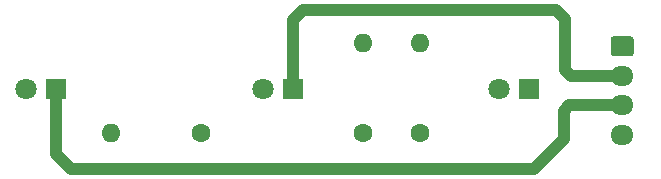
<source format=gbr>
%TF.GenerationSoftware,KiCad,Pcbnew,5.1.6-c6e7f7d~87~ubuntu18.04.1*%
%TF.CreationDate,2021-03-30T11:16:12+09:00*%
%TF.ProjectId,M912,4d393132-2e6b-4696-9361-645f70636258,rev?*%
%TF.SameCoordinates,Original*%
%TF.FileFunction,Copper,L2,Bot*%
%TF.FilePolarity,Positive*%
%FSLAX46Y46*%
G04 Gerber Fmt 4.6, Leading zero omitted, Abs format (unit mm)*
G04 Created by KiCad (PCBNEW 5.1.6-c6e7f7d~87~ubuntu18.04.1) date 2021-03-30 11:16:12*
%MOMM*%
%LPD*%
G01*
G04 APERTURE LIST*
%TA.AperFunction,ComponentPad*%
%ADD10O,1.600000X1.600000*%
%TD*%
%TA.AperFunction,ComponentPad*%
%ADD11C,1.600000*%
%TD*%
%TA.AperFunction,ComponentPad*%
%ADD12O,1.950000X1.700000*%
%TD*%
%TA.AperFunction,ComponentPad*%
%ADD13C,1.800000*%
%TD*%
%TA.AperFunction,ComponentPad*%
%ADD14R,1.800000X1.800000*%
%TD*%
%TA.AperFunction,Conductor*%
%ADD15C,1.000000*%
%TD*%
G04 APERTURE END LIST*
D10*
%TO.P,R3,2*%
%TO.N,Net-(D3-Pad2)*%
X122174000Y-101346000D03*
D11*
%TO.P,R3,1*%
%TO.N,Net-(J1-Pad4)*%
X129794000Y-101346000D03*
%TD*%
D10*
%TO.P,R2,2*%
%TO.N,Net-(D2-Pad2)*%
X143510000Y-93726000D03*
D11*
%TO.P,R2,1*%
%TO.N,Net-(J1-Pad4)*%
X143510000Y-101346000D03*
%TD*%
D10*
%TO.P,R1,2*%
%TO.N,Net-(D1-Pad2)*%
X148336000Y-93726000D03*
D11*
%TO.P,R1,1*%
%TO.N,Net-(J1-Pad4)*%
X148336000Y-101346000D03*
%TD*%
D12*
%TO.P,J1,4*%
%TO.N,Net-(J1-Pad4)*%
X165481000Y-101480000D03*
%TO.P,J1,3*%
%TO.N,Net-(D3-Pad1)*%
X165481000Y-98980000D03*
%TO.P,J1,2*%
%TO.N,Net-(D2-Pad1)*%
X165481000Y-96480000D03*
%TO.P,J1,1*%
%TO.N,Net-(D1-Pad1)*%
%TA.AperFunction,ComponentPad*%
G36*
G01*
X164756000Y-93130000D02*
X166206000Y-93130000D01*
G75*
G02*
X166456000Y-93380000I0J-250000D01*
G01*
X166456000Y-94580000D01*
G75*
G02*
X166206000Y-94830000I-250000J0D01*
G01*
X164756000Y-94830000D01*
G75*
G02*
X164506000Y-94580000I0J250000D01*
G01*
X164506000Y-93380000D01*
G75*
G02*
X164756000Y-93130000I250000J0D01*
G01*
G37*
%TD.AperFunction*%
%TD*%
D13*
%TO.P,D3,2*%
%TO.N,Net-(D3-Pad2)*%
X115035000Y-97605000D03*
D14*
%TO.P,D3,1*%
%TO.N,Net-(D3-Pad1)*%
X117575000Y-97605000D03*
%TD*%
D13*
%TO.P,D2,2*%
%TO.N,Net-(D2-Pad2)*%
X135035000Y-97605000D03*
D14*
%TO.P,D2,1*%
%TO.N,Net-(D2-Pad1)*%
X137575000Y-97605000D03*
%TD*%
D13*
%TO.P,D1,2*%
%TO.N,Net-(D1-Pad2)*%
X155035000Y-97605000D03*
D14*
%TO.P,D1,1*%
%TO.N,Net-(D1-Pad1)*%
X157575000Y-97605000D03*
%TD*%
D15*
%TO.N,Net-(D2-Pad1)*%
X137575000Y-97605000D02*
X137575000Y-91787000D01*
X137575000Y-91787000D02*
X138430000Y-90932000D01*
X138430000Y-90932000D02*
X159893000Y-90932000D01*
X159893000Y-90932000D02*
X160655000Y-91694000D01*
X160655000Y-91694000D02*
X160655000Y-96012000D01*
X161123000Y-96480000D02*
X165481000Y-96480000D01*
X160655000Y-96012000D02*
X161123000Y-96480000D01*
%TO.N,Net-(D3-Pad1)*%
X117575000Y-97605000D02*
X117575000Y-103097000D01*
X117575000Y-103097000D02*
X118832990Y-104354990D01*
X118832990Y-104354990D02*
X158027010Y-104354990D01*
X158027010Y-104354990D02*
X160528000Y-101854000D01*
X160528000Y-101854000D02*
X160528000Y-99441000D01*
X160989000Y-98980000D02*
X165481000Y-98980000D01*
X160528000Y-99441000D02*
X160989000Y-98980000D01*
%TD*%
M02*

</source>
